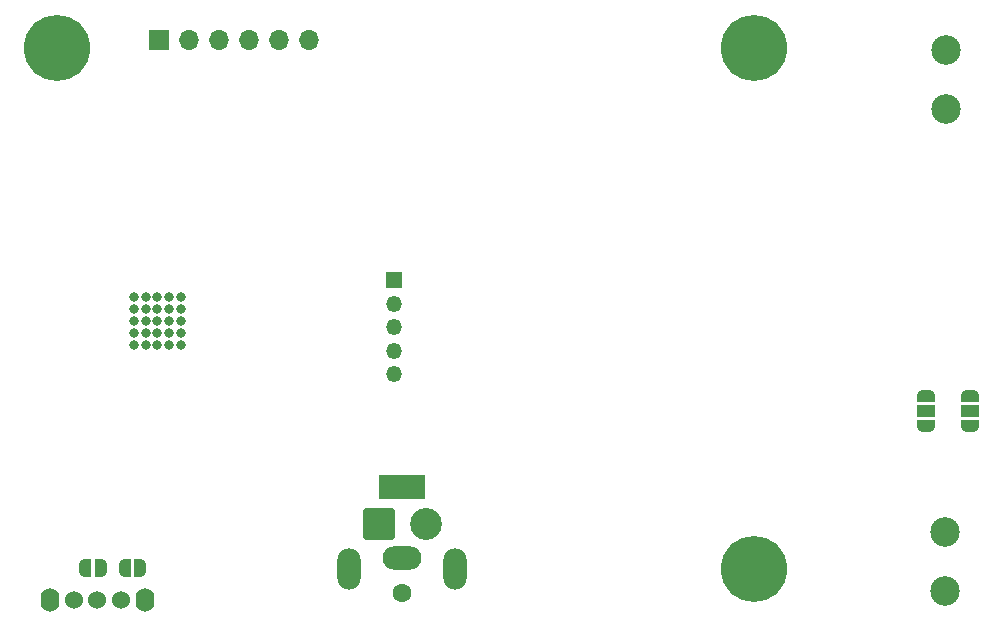
<source format=gbr>
G04 #@! TF.GenerationSoftware,KiCad,Pcbnew,(6.0.5-0)*
G04 #@! TF.CreationDate,2022-06-13T22:11:16+02:00*
G04 #@! TF.ProjectId,muVox,6d75566f-782e-46b6-9963-61645f706362,rev?*
G04 #@! TF.SameCoordinates,Original*
G04 #@! TF.FileFunction,Soldermask,Bot*
G04 #@! TF.FilePolarity,Negative*
%FSLAX46Y46*%
G04 Gerber Fmt 4.6, Leading zero omitted, Abs format (unit mm)*
G04 Created by KiCad (PCBNEW (6.0.5-0)) date 2022-06-13 22:11:16*
%MOMM*%
%LPD*%
G01*
G04 APERTURE LIST*
G04 Aperture macros list*
%AMRoundRect*
0 Rectangle with rounded corners*
0 $1 Rounding radius*
0 $2 $3 $4 $5 $6 $7 $8 $9 X,Y pos of 4 corners*
0 Add a 4 corners polygon primitive as box body*
4,1,4,$2,$3,$4,$5,$6,$7,$8,$9,$2,$3,0*
0 Add four circle primitives for the rounded corners*
1,1,$1+$1,$2,$3*
1,1,$1+$1,$4,$5*
1,1,$1+$1,$6,$7*
1,1,$1+$1,$8,$9*
0 Add four rect primitives between the rounded corners*
20,1,$1+$1,$2,$3,$4,$5,0*
20,1,$1+$1,$4,$5,$6,$7,0*
20,1,$1+$1,$6,$7,$8,$9,0*
20,1,$1+$1,$8,$9,$2,$3,0*%
%AMFreePoly0*
4,1,22,0.500000,-0.750000,0.000000,-0.750000,0.000000,-0.745033,-0.079941,-0.743568,-0.215256,-0.701293,-0.333266,-0.622738,-0.424486,-0.514219,-0.481581,-0.384460,-0.499164,-0.250000,-0.500000,-0.250000,-0.500000,0.250000,-0.499164,0.250000,-0.499963,0.256109,-0.478152,0.396186,-0.417904,0.524511,-0.324060,0.630769,-0.204165,0.706417,-0.067858,0.745374,0.000000,0.744959,0.000000,0.750000,
0.500000,0.750000,0.500000,-0.750000,0.500000,-0.750000,$1*%
%AMFreePoly1*
4,1,20,0.000000,0.744959,0.073905,0.744508,0.209726,0.703889,0.328688,0.626782,0.421226,0.519385,0.479903,0.390333,0.500000,0.250000,0.500000,-0.250000,0.499851,-0.262216,0.476331,-0.402017,0.414519,-0.529596,0.319384,-0.634700,0.198574,-0.708877,0.061801,-0.746166,0.000000,-0.745033,0.000000,-0.750000,-0.500000,-0.750000,-0.500000,0.750000,0.000000,0.750000,0.000000,0.744959,
0.000000,0.744959,$1*%
%AMFreePoly2*
4,1,22,0.550000,-0.750000,0.000000,-0.750000,0.000000,-0.745033,-0.079941,-0.743568,-0.215256,-0.701293,-0.333266,-0.622738,-0.424486,-0.514219,-0.481581,-0.384460,-0.499164,-0.250000,-0.500000,-0.250000,-0.500000,0.250000,-0.499164,0.250000,-0.499963,0.256109,-0.478152,0.396186,-0.417904,0.524511,-0.324060,0.630769,-0.204165,0.706417,-0.067858,0.745374,0.000000,0.744959,0.000000,0.750000,
0.550000,0.750000,0.550000,-0.750000,0.550000,-0.750000,$1*%
%AMFreePoly3*
4,1,20,0.000000,0.744959,0.073905,0.744508,0.209726,0.703889,0.328688,0.626782,0.421226,0.519385,0.479903,0.390333,0.500000,0.250000,0.500000,-0.250000,0.499851,-0.262216,0.476331,-0.402017,0.414519,-0.529596,0.319384,-0.634700,0.198574,-0.708877,0.061801,-0.746166,0.000000,-0.745033,0.000000,-0.750000,-0.550000,-0.750000,-0.550000,0.750000,0.000000,0.750000,0.000000,0.744959,
0.000000,0.744959,$1*%
G04 Aperture macros list end*
%ADD10C,1.600000*%
%ADD11R,4.000000X2.000000*%
%ADD12O,3.300000X2.000000*%
%ADD13O,2.000000X3.500000*%
%ADD14R,1.350000X1.350000*%
%ADD15O,1.350000X1.350000*%
%ADD16C,2.500000*%
%ADD17RoundRect,0.250001X-1.099999X-1.099999X1.099999X-1.099999X1.099999X1.099999X-1.099999X1.099999X0*%
%ADD18C,2.700000*%
%ADD19C,5.600000*%
%ADD20R,1.700000X1.700000*%
%ADD21O,1.700000X1.700000*%
%ADD22C,1.524000*%
%ADD23O,1.600000X2.000000*%
%ADD24C,0.800000*%
%ADD25FreePoly0,0.000000*%
%ADD26FreePoly1,0.000000*%
%ADD27FreePoly2,270.000000*%
%ADD28R,1.500000X1.000000*%
%ADD29FreePoly3,270.000000*%
%ADD30FreePoly2,90.000000*%
%ADD31FreePoly3,90.000000*%
%ADD32FreePoly0,180.000000*%
%ADD33FreePoly1,180.000000*%
G04 APERTURE END LIST*
D10*
X147742110Y-111652500D03*
D11*
X147742110Y-102652500D03*
D12*
X147742110Y-108652500D03*
D13*
X143242110Y-109652500D03*
X152242110Y-109652500D03*
D14*
X147000000Y-85150000D03*
D15*
X147000000Y-87150000D03*
X147000000Y-89150000D03*
X147000000Y-91150000D03*
X147000000Y-93150000D03*
D16*
X193700000Y-111450000D03*
X193700000Y-106450000D03*
D17*
X145800490Y-105850490D03*
D18*
X149760490Y-105850490D03*
D19*
X118500000Y-65500000D03*
D20*
X127150000Y-64800000D03*
D21*
X129690000Y-64800000D03*
X132230000Y-64800000D03*
X134770000Y-64800000D03*
X137310000Y-64800000D03*
X139850000Y-64800000D03*
D22*
X119920000Y-112268000D03*
X121920000Y-112268000D03*
X123920000Y-112268000D03*
D23*
X125920000Y-112268000D03*
X117920000Y-112268000D03*
D19*
X177550000Y-65500000D03*
D24*
X126000000Y-88631250D03*
X125000000Y-86631250D03*
X125000000Y-89631250D03*
X128000000Y-87631250D03*
X126000000Y-87631250D03*
X127000000Y-89631250D03*
X128000000Y-90631250D03*
X126000000Y-86631250D03*
X125000000Y-88631250D03*
X129000000Y-90631250D03*
X128000000Y-88631250D03*
X125000000Y-87631250D03*
X127000000Y-87631250D03*
X128000000Y-86631250D03*
X129000000Y-87631250D03*
X127000000Y-88631250D03*
X129000000Y-86631250D03*
X127000000Y-90631250D03*
X128000000Y-89631250D03*
X126000000Y-89631250D03*
X125000000Y-90631250D03*
X126000000Y-90631250D03*
X129000000Y-88631250D03*
X129000000Y-89631250D03*
X127000000Y-86631250D03*
D16*
X193750000Y-65650000D03*
X193750000Y-70650000D03*
D19*
X177550000Y-109600000D03*
D25*
X120900000Y-109550000D03*
D26*
X122200000Y-109550000D03*
D27*
X192057500Y-94950000D03*
D28*
X192057500Y-96250000D03*
D29*
X192057500Y-97550000D03*
D30*
X195842500Y-97550000D03*
D28*
X195842500Y-96250000D03*
D31*
X195842500Y-94950000D03*
D32*
X125550000Y-109550000D03*
D33*
X124250000Y-109550000D03*
M02*

</source>
